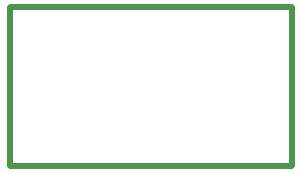
<source format=gbr>
G04 Layer_Color=12517376*
%FSLAX26Y26*%
%MOIN*%
%TF.FileFunction,Other,Mechanical_13*%
%TF.Part,Single*%
G01*
G75*
%TA.AperFunction,NonConductor*%
%ADD19C,0.020000*%
D19*
X938000Y0D02*
Y530000D01*
X0D02*
X938000D01*
X0Y0D02*
Y530000D01*
Y0D02*
X938000D01*
%TF.MD5,86ac50409f1ee56de5ed70bc6d84debd*%
M02*

</source>
